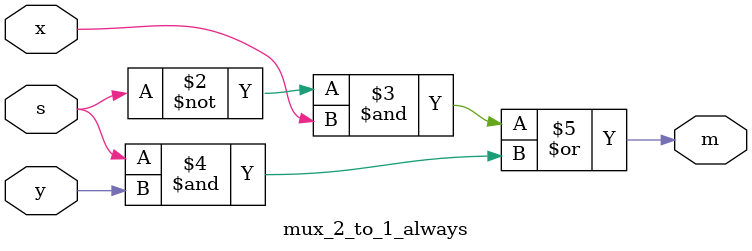
<source format=v>
`timescale 1ns / 1ps


module mux_2_to_1_always(
    input x,
    input y,
    input s,
    output m
    );
	reg m;
	always @(*) begin
		m=(~s & x) | (s & y);
	end
endmodule

</source>
